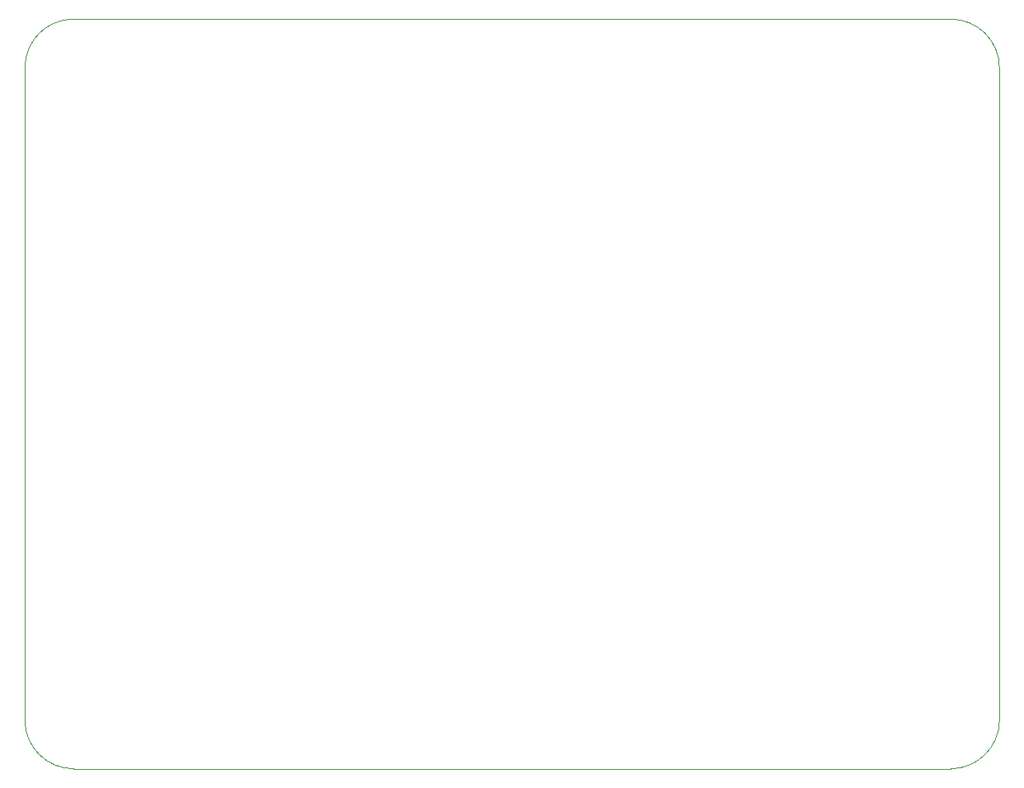
<source format=gbr>
%TF.GenerationSoftware,KiCad,Pcbnew,6.0.5+dfsg-1*%
%TF.CreationDate,2022-06-26T16:39:15+01:00*%
%TF.ProjectId,dcc-controller,6463632d-636f-46e7-9472-6f6c6c65722e,rev?*%
%TF.SameCoordinates,Original*%
%TF.FileFunction,Profile,NP*%
%FSLAX46Y46*%
G04 Gerber Fmt 4.6, Leading zero omitted, Abs format (unit mm)*
G04 Created by KiCad (PCBNEW 6.0.5+dfsg-1) date 2022-06-26 16:39:15*
%MOMM*%
%LPD*%
G01*
G04 APERTURE LIST*
%TA.AperFunction,Profile*%
%ADD10C,0.100000*%
%TD*%
G04 APERTURE END LIST*
D10*
X107000000Y-55000000D02*
G75*
G03*
X102000000Y-60000000I0J-5000000D01*
G01*
X102000000Y-127000000D02*
G75*
G03*
X107000000Y-132000000I5000000J0D01*
G01*
X107000000Y-55000000D02*
X197000000Y-55000000D01*
X197000000Y-132000000D02*
X107000000Y-132000000D01*
X102000000Y-127000000D02*
X102000000Y-60000000D01*
X197000000Y-132000000D02*
G75*
G03*
X202000000Y-127000000I0J5000000D01*
G01*
X202000000Y-60000000D02*
G75*
G03*
X197000000Y-55000000I-5000000J0D01*
G01*
X202000000Y-60000000D02*
X202000000Y-127000000D01*
M02*

</source>
